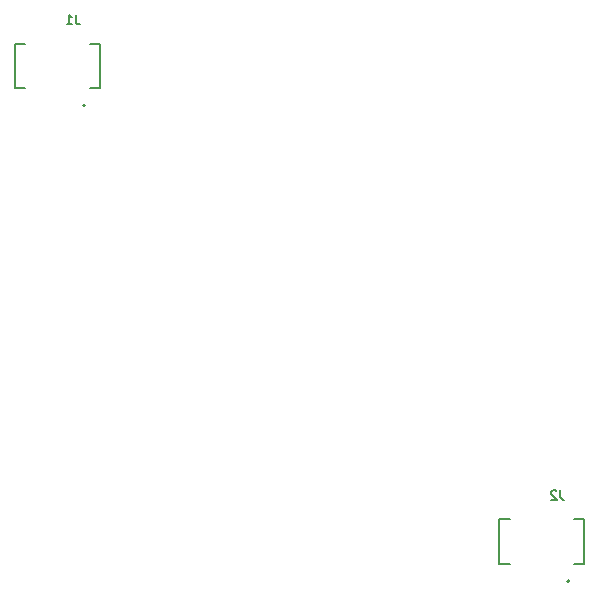
<source format=gbr>
%TF.GenerationSoftware,KiCad,Pcbnew,(7.0.0)*%
%TF.CreationDate,2023-12-08T21:12:49-05:00*%
%TF.ProjectId,Coaster-Graphics,436f6173-7465-4722-9d47-726170686963,rev?*%
%TF.SameCoordinates,Original*%
%TF.FileFunction,Legend,Bot*%
%TF.FilePolarity,Positive*%
%FSLAX46Y46*%
G04 Gerber Fmt 4.6, Leading zero omitted, Abs format (unit mm)*
G04 Created by KiCad (PCBNEW (7.0.0)) date 2023-12-08 21:12:49*
%MOMM*%
%LPD*%
G01*
G04 APERTURE LIST*
%ADD10C,0.150000*%
%ADD11C,0.200000*%
%ADD12C,0.127000*%
%ADD13C,0.010000*%
%ADD14C,6.400000*%
%ADD15O,1.700000X1.700000*%
%ADD16R,1.700000X1.700000*%
%ADD17C,3.600000*%
G04 APERTURE END LIST*
D10*
%TO.C,J2*%
X181352467Y-94814440D02*
X181352467Y-95376870D01*
X181352467Y-95376870D02*
X181389962Y-95489356D01*
X181389962Y-95489356D02*
X181464953Y-95564347D01*
X181464953Y-95564347D02*
X181577439Y-95601842D01*
X181577439Y-95601842D02*
X181652430Y-95601842D01*
X181015009Y-94889431D02*
X180977514Y-94851936D01*
X180977514Y-94851936D02*
X180902523Y-94814440D01*
X180902523Y-94814440D02*
X180715047Y-94814440D01*
X180715047Y-94814440D02*
X180640056Y-94851936D01*
X180640056Y-94851936D02*
X180602561Y-94889431D01*
X180602561Y-94889431D02*
X180565065Y-94964422D01*
X180565065Y-94964422D02*
X180565065Y-95039412D01*
X180565065Y-95039412D02*
X180602561Y-95151898D01*
X180602561Y-95151898D02*
X181052505Y-95601842D01*
X181052505Y-95601842D02*
X180565065Y-95601842D01*
%TO.C,J1*%
X140352401Y-54531874D02*
X140352401Y-55094304D01*
X140352401Y-55094304D02*
X140389896Y-55206790D01*
X140389896Y-55206790D02*
X140464887Y-55281781D01*
X140464887Y-55281781D02*
X140577373Y-55319276D01*
X140577373Y-55319276D02*
X140652364Y-55319276D01*
X139564999Y-55319276D02*
X140014943Y-55319276D01*
X139789971Y-55319276D02*
X139789971Y-54531874D01*
X139789971Y-54531874D02*
X139864962Y-54644360D01*
X139864962Y-54644360D02*
X139939953Y-54719351D01*
X139939953Y-54719351D02*
X140014943Y-54756846D01*
D11*
%TO.C,J2*%
X182140000Y-102512566D02*
G75*
G03*
X182140000Y-102512566I-100000J0D01*
G01*
D12*
X176190000Y-101062566D02*
X176190000Y-97262566D01*
X176190000Y-97262566D02*
X177070000Y-97262566D01*
X177070000Y-101062566D02*
X176190000Y-101062566D01*
X182510000Y-97262566D02*
X183390000Y-97262566D01*
X183390000Y-101062566D02*
X182510000Y-101062566D01*
X183390000Y-97262566D02*
X183390000Y-101062566D01*
%TO.C,J1*%
X142389934Y-56980000D02*
X142389934Y-60780000D01*
X142389934Y-60780000D02*
X141509934Y-60780000D01*
X141509934Y-56980000D02*
X142389934Y-56980000D01*
X136069934Y-60780000D02*
X135189934Y-60780000D01*
X135189934Y-56980000D02*
X136069934Y-56980000D01*
X135189934Y-60780000D02*
X135189934Y-56980000D01*
D11*
X141139934Y-62230000D02*
G75*
G03*
X141139934Y-62230000I-100000J0D01*
G01*
%TD*%
%LPC*%
%TO.C,J2*%
G36*
X177740000Y-101812566D02*
G01*
X177340000Y-101812566D01*
X177340000Y-100112566D01*
X177740000Y-100112566D01*
X177740000Y-101812566D01*
G37*
D13*
X177740000Y-101812566D02*
X177340000Y-101812566D01*
X177340000Y-100112566D01*
X177740000Y-100112566D01*
X177740000Y-101812566D01*
G36*
X177740000Y-98212566D02*
G01*
X177340000Y-98212566D01*
X177340000Y-96512566D01*
X177740000Y-96512566D01*
X177740000Y-98212566D01*
G37*
X177740000Y-98212566D02*
X177340000Y-98212566D01*
X177340000Y-96512566D01*
X177740000Y-96512566D01*
X177740000Y-98212566D01*
G36*
X178240000Y-101812566D02*
G01*
X177840000Y-101812566D01*
X177840000Y-100112566D01*
X178240000Y-100112566D01*
X178240000Y-101812566D01*
G37*
X178240000Y-101812566D02*
X177840000Y-101812566D01*
X177840000Y-100112566D01*
X178240000Y-100112566D01*
X178240000Y-101812566D01*
G36*
X178240000Y-98212566D02*
G01*
X177840000Y-98212566D01*
X177840000Y-96512566D01*
X178240000Y-96512566D01*
X178240000Y-98212566D01*
G37*
X178240000Y-98212566D02*
X177840000Y-98212566D01*
X177840000Y-96512566D01*
X178240000Y-96512566D01*
X178240000Y-98212566D01*
G36*
X178740000Y-101812566D02*
G01*
X178340000Y-101812566D01*
X178340000Y-100112566D01*
X178740000Y-100112566D01*
X178740000Y-101812566D01*
G37*
X178740000Y-101812566D02*
X178340000Y-101812566D01*
X178340000Y-100112566D01*
X178740000Y-100112566D01*
X178740000Y-101812566D01*
G36*
X178740000Y-98212566D02*
G01*
X178340000Y-98212566D01*
X178340000Y-96512566D01*
X178740000Y-96512566D01*
X178740000Y-98212566D01*
G37*
X178740000Y-98212566D02*
X178340000Y-98212566D01*
X178340000Y-96512566D01*
X178740000Y-96512566D01*
X178740000Y-98212566D01*
G36*
X179240000Y-101812566D02*
G01*
X178840000Y-101812566D01*
X178840000Y-100112566D01*
X179240000Y-100112566D01*
X179240000Y-101812566D01*
G37*
X179240000Y-101812566D02*
X178840000Y-101812566D01*
X178840000Y-100112566D01*
X179240000Y-100112566D01*
X179240000Y-101812566D01*
G36*
X179240000Y-98212566D02*
G01*
X178840000Y-98212566D01*
X178840000Y-96512566D01*
X179240000Y-96512566D01*
X179240000Y-98212566D01*
G37*
X179240000Y-98212566D02*
X178840000Y-98212566D01*
X178840000Y-96512566D01*
X179240000Y-96512566D01*
X179240000Y-98212566D01*
G36*
X179740000Y-101812566D02*
G01*
X179340000Y-101812566D01*
X179340000Y-100112566D01*
X179740000Y-100112566D01*
X179740000Y-101812566D01*
G37*
X179740000Y-101812566D02*
X179340000Y-101812566D01*
X179340000Y-100112566D01*
X179740000Y-100112566D01*
X179740000Y-101812566D01*
G36*
X179740000Y-98212566D02*
G01*
X179340000Y-98212566D01*
X179340000Y-96512566D01*
X179740000Y-96512566D01*
X179740000Y-98212566D01*
G37*
X179740000Y-98212566D02*
X179340000Y-98212566D01*
X179340000Y-96512566D01*
X179740000Y-96512566D01*
X179740000Y-98212566D01*
G36*
X180240000Y-101812566D02*
G01*
X179840000Y-101812566D01*
X179840000Y-100112566D01*
X180240000Y-100112566D01*
X180240000Y-101812566D01*
G37*
X180240000Y-101812566D02*
X179840000Y-101812566D01*
X179840000Y-100112566D01*
X180240000Y-100112566D01*
X180240000Y-101812566D01*
G36*
X180240000Y-98212566D02*
G01*
X179840000Y-98212566D01*
X179840000Y-96512566D01*
X180240000Y-96512566D01*
X180240000Y-98212566D01*
G37*
X180240000Y-98212566D02*
X179840000Y-98212566D01*
X179840000Y-96512566D01*
X180240000Y-96512566D01*
X180240000Y-98212566D01*
G36*
X180740000Y-101812566D02*
G01*
X180340000Y-101812566D01*
X180340000Y-100112566D01*
X180740000Y-100112566D01*
X180740000Y-101812566D01*
G37*
X180740000Y-101812566D02*
X180340000Y-101812566D01*
X180340000Y-100112566D01*
X180740000Y-100112566D01*
X180740000Y-101812566D01*
G36*
X180740000Y-98212566D02*
G01*
X180340000Y-98212566D01*
X180340000Y-96512566D01*
X180740000Y-96512566D01*
X180740000Y-98212566D01*
G37*
X180740000Y-98212566D02*
X180340000Y-98212566D01*
X180340000Y-96512566D01*
X180740000Y-96512566D01*
X180740000Y-98212566D01*
G36*
X181240000Y-101812566D02*
G01*
X180840000Y-101812566D01*
X180840000Y-100112566D01*
X181240000Y-100112566D01*
X181240000Y-101812566D01*
G37*
X181240000Y-101812566D02*
X180840000Y-101812566D01*
X180840000Y-100112566D01*
X181240000Y-100112566D01*
X181240000Y-101812566D01*
G36*
X181240000Y-98212566D02*
G01*
X180840000Y-98212566D01*
X180840000Y-96512566D01*
X181240000Y-96512566D01*
X181240000Y-98212566D01*
G37*
X181240000Y-98212566D02*
X180840000Y-98212566D01*
X180840000Y-96512566D01*
X181240000Y-96512566D01*
X181240000Y-98212566D01*
G36*
X181740000Y-101812566D02*
G01*
X181340000Y-101812566D01*
X181340000Y-100112566D01*
X181740000Y-100112566D01*
X181740000Y-101812566D01*
G37*
X181740000Y-101812566D02*
X181340000Y-101812566D01*
X181340000Y-100112566D01*
X181740000Y-100112566D01*
X181740000Y-101812566D01*
G36*
X181740000Y-98212566D02*
G01*
X181340000Y-98212566D01*
X181340000Y-96512566D01*
X181740000Y-96512566D01*
X181740000Y-98212566D01*
G37*
X181740000Y-98212566D02*
X181340000Y-98212566D01*
X181340000Y-96512566D01*
X181740000Y-96512566D01*
X181740000Y-98212566D01*
G36*
X182240000Y-101812566D02*
G01*
X181840000Y-101812566D01*
X181840000Y-100112566D01*
X182240000Y-100112566D01*
X182240000Y-101812566D01*
G37*
X182240000Y-101812566D02*
X181840000Y-101812566D01*
X181840000Y-100112566D01*
X182240000Y-100112566D01*
X182240000Y-101812566D01*
G36*
X182240000Y-98212566D02*
G01*
X181840000Y-98212566D01*
X181840000Y-96512566D01*
X182240000Y-96512566D01*
X182240000Y-98212566D01*
G37*
X182240000Y-98212566D02*
X181840000Y-98212566D01*
X181840000Y-96512566D01*
X182240000Y-96512566D01*
X182240000Y-98212566D01*
%TO.C,J1*%
G36*
X141239934Y-57930000D02*
G01*
X140839934Y-57930000D01*
X140839934Y-56230000D01*
X141239934Y-56230000D01*
X141239934Y-57930000D01*
G37*
X141239934Y-57930000D02*
X140839934Y-57930000D01*
X140839934Y-56230000D01*
X141239934Y-56230000D01*
X141239934Y-57930000D01*
G36*
X141239934Y-61530000D02*
G01*
X140839934Y-61530000D01*
X140839934Y-59830000D01*
X141239934Y-59830000D01*
X141239934Y-61530000D01*
G37*
X141239934Y-61530000D02*
X140839934Y-61530000D01*
X140839934Y-59830000D01*
X141239934Y-59830000D01*
X141239934Y-61530000D01*
G36*
X140739934Y-57930000D02*
G01*
X140339934Y-57930000D01*
X140339934Y-56230000D01*
X140739934Y-56230000D01*
X140739934Y-57930000D01*
G37*
X140739934Y-57930000D02*
X140339934Y-57930000D01*
X140339934Y-56230000D01*
X140739934Y-56230000D01*
X140739934Y-57930000D01*
G36*
X140739934Y-61530000D02*
G01*
X140339934Y-61530000D01*
X140339934Y-59830000D01*
X140739934Y-59830000D01*
X140739934Y-61530000D01*
G37*
X140739934Y-61530000D02*
X140339934Y-61530000D01*
X140339934Y-59830000D01*
X140739934Y-59830000D01*
X140739934Y-61530000D01*
G36*
X140239934Y-57930000D02*
G01*
X139839934Y-57930000D01*
X139839934Y-56230000D01*
X140239934Y-56230000D01*
X140239934Y-57930000D01*
G37*
X140239934Y-57930000D02*
X139839934Y-57930000D01*
X139839934Y-56230000D01*
X140239934Y-56230000D01*
X140239934Y-57930000D01*
G36*
X140239934Y-61530000D02*
G01*
X139839934Y-61530000D01*
X139839934Y-59830000D01*
X140239934Y-59830000D01*
X140239934Y-61530000D01*
G37*
X140239934Y-61530000D02*
X139839934Y-61530000D01*
X139839934Y-59830000D01*
X140239934Y-59830000D01*
X140239934Y-61530000D01*
G36*
X139739934Y-57930000D02*
G01*
X139339934Y-57930000D01*
X139339934Y-56230000D01*
X139739934Y-56230000D01*
X139739934Y-57930000D01*
G37*
X139739934Y-57930000D02*
X139339934Y-57930000D01*
X139339934Y-56230000D01*
X139739934Y-56230000D01*
X139739934Y-57930000D01*
G36*
X139739934Y-61530000D02*
G01*
X139339934Y-61530000D01*
X139339934Y-59830000D01*
X139739934Y-59830000D01*
X139739934Y-61530000D01*
G37*
X139739934Y-61530000D02*
X139339934Y-61530000D01*
X139339934Y-59830000D01*
X139739934Y-59830000D01*
X139739934Y-61530000D01*
G36*
X139239934Y-57930000D02*
G01*
X138839934Y-57930000D01*
X138839934Y-56230000D01*
X139239934Y-56230000D01*
X139239934Y-57930000D01*
G37*
X139239934Y-57930000D02*
X138839934Y-57930000D01*
X138839934Y-56230000D01*
X139239934Y-56230000D01*
X139239934Y-57930000D01*
G36*
X139239934Y-61530000D02*
G01*
X138839934Y-61530000D01*
X138839934Y-59830000D01*
X139239934Y-59830000D01*
X139239934Y-61530000D01*
G37*
X139239934Y-61530000D02*
X138839934Y-61530000D01*
X138839934Y-59830000D01*
X139239934Y-59830000D01*
X139239934Y-61530000D01*
G36*
X138739934Y-57930000D02*
G01*
X138339934Y-57930000D01*
X138339934Y-56230000D01*
X138739934Y-56230000D01*
X138739934Y-57930000D01*
G37*
X138739934Y-57930000D02*
X138339934Y-57930000D01*
X138339934Y-56230000D01*
X138739934Y-56230000D01*
X138739934Y-57930000D01*
G36*
X138739934Y-61530000D02*
G01*
X138339934Y-61530000D01*
X138339934Y-59830000D01*
X138739934Y-59830000D01*
X138739934Y-61530000D01*
G37*
X138739934Y-61530000D02*
X138339934Y-61530000D01*
X138339934Y-59830000D01*
X138739934Y-59830000D01*
X138739934Y-61530000D01*
G36*
X138239934Y-57930000D02*
G01*
X137839934Y-57930000D01*
X137839934Y-56230000D01*
X138239934Y-56230000D01*
X138239934Y-57930000D01*
G37*
X138239934Y-57930000D02*
X137839934Y-57930000D01*
X137839934Y-56230000D01*
X138239934Y-56230000D01*
X138239934Y-57930000D01*
G36*
X138239934Y-61530000D02*
G01*
X137839934Y-61530000D01*
X137839934Y-59830000D01*
X138239934Y-59830000D01*
X138239934Y-61530000D01*
G37*
X138239934Y-61530000D02*
X137839934Y-61530000D01*
X137839934Y-59830000D01*
X138239934Y-59830000D01*
X138239934Y-61530000D01*
G36*
X137739934Y-57930000D02*
G01*
X137339934Y-57930000D01*
X137339934Y-56230000D01*
X137739934Y-56230000D01*
X137739934Y-57930000D01*
G37*
X137739934Y-57930000D02*
X137339934Y-57930000D01*
X137339934Y-56230000D01*
X137739934Y-56230000D01*
X137739934Y-57930000D01*
G36*
X137739934Y-61530000D02*
G01*
X137339934Y-61530000D01*
X137339934Y-59830000D01*
X137739934Y-59830000D01*
X137739934Y-61530000D01*
G37*
X137739934Y-61530000D02*
X137339934Y-61530000D01*
X137339934Y-59830000D01*
X137739934Y-59830000D01*
X137739934Y-61530000D01*
G36*
X137239934Y-57930000D02*
G01*
X136839934Y-57930000D01*
X136839934Y-56230000D01*
X137239934Y-56230000D01*
X137239934Y-57930000D01*
G37*
X137239934Y-57930000D02*
X136839934Y-57930000D01*
X136839934Y-56230000D01*
X137239934Y-56230000D01*
X137239934Y-57930000D01*
G36*
X137239934Y-61530000D02*
G01*
X136839934Y-61530000D01*
X136839934Y-59830000D01*
X137239934Y-59830000D01*
X137239934Y-61530000D01*
G37*
X137239934Y-61530000D02*
X136839934Y-61530000D01*
X136839934Y-59830000D01*
X137239934Y-59830000D01*
X137239934Y-61530000D01*
G36*
X136739934Y-57930000D02*
G01*
X136339934Y-57930000D01*
X136339934Y-56230000D01*
X136739934Y-56230000D01*
X136739934Y-57930000D01*
G37*
X136739934Y-57930000D02*
X136339934Y-57930000D01*
X136339934Y-56230000D01*
X136739934Y-56230000D01*
X136739934Y-57930000D01*
G36*
X136739934Y-61530000D02*
G01*
X136339934Y-61530000D01*
X136339934Y-59830000D01*
X136739934Y-59830000D01*
X136739934Y-61530000D01*
G37*
X136739934Y-61530000D02*
X136339934Y-61530000D01*
X136339934Y-59830000D01*
X136739934Y-59830000D01*
X136739934Y-61530000D01*
%TD*%
D14*
%TO.C,H5*%
X138789934Y-67490200D03*
%TD*%
D15*
%TO.C,J3*%
X162924933Y-126279999D03*
X160384933Y-126279999D03*
X157844933Y-126279999D03*
X155304933Y-126279999D03*
X152764933Y-126279999D03*
X150224933Y-126279999D03*
X147684933Y-126279999D03*
X145144933Y-126279999D03*
X142604933Y-126279999D03*
X140064933Y-126279999D03*
X137524933Y-126279999D03*
X134984933Y-126279999D03*
X132444933Y-126279999D03*
X129904933Y-126279999D03*
X127364933Y-126279999D03*
X124824933Y-126279999D03*
X122284933Y-126279999D03*
X119744933Y-126279999D03*
X117204933Y-126279999D03*
D16*
X114664933Y-126279999D03*
%TD*%
D17*
%TO.C,H4*%
X183039934Y-55250066D03*
D14*
X183039934Y-55250066D03*
%TD*%
D17*
%TO.C,H3*%
X183039934Y-143750066D03*
D14*
X183039934Y-143750066D03*
%TD*%
D17*
%TO.C,H2*%
X94539934Y-143750066D03*
D14*
X94539934Y-143750066D03*
%TD*%
%TO.C,H1*%
X94539934Y-55250066D03*
D17*
X94539934Y-55250066D03*
%TD*%
D15*
%TO.C,J4*%
X114664933Y-144059999D03*
X117204933Y-144059999D03*
X119744933Y-144059999D03*
X122284933Y-144059999D03*
X124824933Y-144059999D03*
X127364933Y-144059999D03*
X129904933Y-144059999D03*
X132444933Y-144059999D03*
X134984933Y-144059999D03*
X137524933Y-144059999D03*
X140064933Y-144059999D03*
X142604933Y-144059999D03*
X145144933Y-144059999D03*
X147684933Y-144059999D03*
X150224933Y-144059999D03*
X152764933Y-144059999D03*
X155304933Y-144059999D03*
X157844933Y-144059999D03*
X160384933Y-144059999D03*
D16*
X162924933Y-144059999D03*
%TD*%
M02*

</source>
